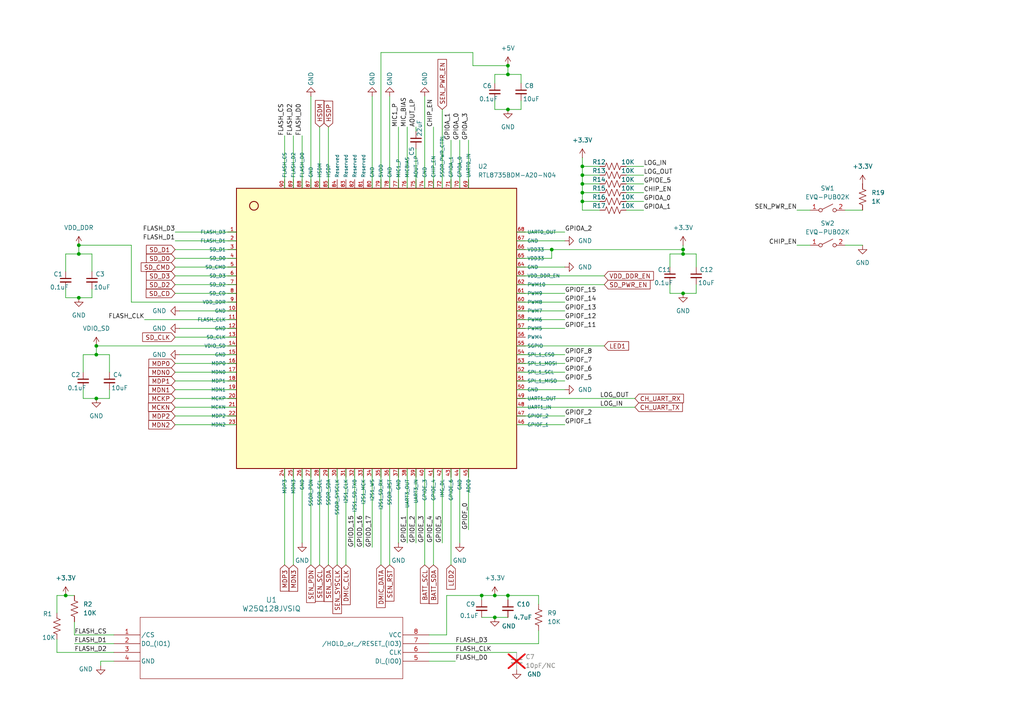
<source format=kicad_sch>
(kicad_sch (version 20250114) (generator "eeschema") (generator_version "9.0")
  (paper "A4")
  (title_block (title "RTL8735B"))
  (lib_symbols
    (symbol "Device:C_Small" (pin_numbers (hide yes)) (pin_names (offset 0.254) (hide yes))
      (property "Reference" "C" (at 0.254 1.778 0))
      (property "Value" "C_Small" (at 0.254 -2.032 0))
      (symbol "C_Small_0_1"
        (polyline (pts (xy -1.524 0.508) (xy 1.524 0.508)) (stroke (width 0.3048)))
        (polyline (pts (xy -1.524 -0.508) (xy 1.524 -0.508)) (stroke (width 0.3302)))
      )
      (symbol "C_Small_1_1"
        (pin passive line (at 0 2.54 270) (length 2.032) (name "~") (number "1"))
        (pin passive line (at 0 -2.54 90) (length 2.032) (name "~") (number "2"))
      )
    )
    (symbol "Device:R_US" (pin_numbers (hide yes)) (pin_names (offset 0))
      (property "Reference" "R" (at 2.54 0 90))
      (property "Value" "R_US" (at -2.54 0 90))
      (symbol "R_US_0_1"
        (polyline (pts (xy 0 2.286) (xy 0 2.54)))
        (polyline (pts (xy 0 2.286) (xy 1.016 1.905) (xy 0 1.524) (xy -1.016 1.143) (xy 0 0.762)))
        (polyline (pts (xy 0 0.762) (xy 1.016 0.381) (xy 0 0) (xy -1.016 -0.381) (xy 0 -0.762)))
        (polyline (pts (xy 0 -0.762) (xy 1.016 -1.143) (xy 0 -1.524) (xy -1.016 -1.905) (xy 0 -2.286)))
        (polyline (pts (xy 0 -2.286) (xy 0 -2.54)))
      )
      (symbol "R_US_1_1"
        (pin passive line (at 0 3.81 270) (length 1.27) (name "~") (number "1"))
        (pin passive line (at 0 -3.81 90) (length 1.27) (name "~") (number "2"))
      )
    )
    (symbol "RTL8735BDM-A20-N04:RTL8735BDM-A20-N04"
      (property "Reference" "U" (at 0 48.26 0))
      (property "Value" "RTL8735BDM-A20-N04" (at 0 -48.26 0))
      (symbol "RTL8735BDM-A20-N04_0_1"
        (rectangle (start -40.64 -40.64) (end 40.64 40.64) (stroke (width 0.254)) (fill (type background)))
        (circle (center 35.56 -35.56) (radius 1.27) (stroke (width 0.254)))
        (pin bidirectional line (at -40.64 27.94 180) (length 2.54) (name "GPIOF_1") (number "46"))
        (pin bidirectional line (at -40.64 25.4 180) (length 2.54) (name "GPIOF_2") (number "47"))
        (pin bidirectional line (at -40.64 22.86 180) (length 2.54) (name "UART1_IN") (number "48"))
        (pin bidirectional line (at -40.64 20.32 180) (length 2.54) (name "UART1_OUT") (number "49"))
        (pin power_in line (at -40.64 17.78 180) (length 2.54) (name "GND") (number "50"))
        (pin bidirectional line (at -40.64 15.24 180) (length 2.54) (name "SPI_1_MISO") (number "51"))
        (pin bidirectional line (at -40.64 12.7 180) (length 2.54) (name "SPI_1_SCL") (number "52"))
        (pin bidirectional line (at -40.64 10.16 180) (length 2.54) (name "SPI_1_MOSI") (number "53"))
        (pin bidirectional line (at -40.64 7.62 180) (length 2.54) (name "SPI_1_CS0") (number "54"))
        (pin bidirectional line (at -40.64 5.08 180) (length 2.54) (name "SGPIO") (number "55"))
        (pin bidirectional line (at -40.64 2.54 180) (length 2.54) (name "PWM4") (number "56"))
        (pin bidirectional line (at -40.64 0 180) (length 2.54) (name "PWM5") (number "57"))
        (pin bidirectional line (at -40.64 -2.54 180) (length 2.54) (name "PWM6") (number "58"))
        (pin bidirectional line (at -40.64 -5.08 180) (length 2.54) (name "PWM7") (number "59"))
        (pin bidirectional line (at -40.64 -7.62 180) (length 2.54) (name "PWM8") (number "60"))
        (pin bidirectional line (at -40.64 -10.16 180) (length 2.54) (name "PWM9") (number "61"))
        (pin bidirectional line (at -40.64 -12.7 180) (length 2.54) (name "PWM10") (number "62"))
        (pin bidirectional line (at -40.64 -15.24 180) (length 2.54) (name "VDD_DDR_EN") (number "63"))
        (pin power_in line (at -40.64 -17.78 180) (length 2.54) (name "GND") (number "64"))
        (pin power_in line (at -40.64 -20.32 180) (length 2.54) (name "VDD33") (number "65"))
        (pin power_in line (at -40.64 -22.86 180) (length 2.54) (name "VDD33") (number "66"))
        (pin power_in line (at -40.64 -25.4 180) (length 2.54) (name "GND") (number "67"))
        (pin bidirectional line (at -40.64 -27.94 180) (length 2.54) (name "UART0_OUT") (number "68"))
        (pin bidirectional line (at -26.67 40.64 90) (length 2.54) (name "ADC0") (number "45"))
        (pin bidirectional line (at -26.67 -40.64 270) (length 2.54) (name "UART0_IN") (number "69"))
        (pin power_in line (at -24.13 40.64 90) (length 2.54) (name "GND") (number "44"))
        (pin bidirectional line (at -24.13 -40.64 270) (length 2.54) (name "GPIOA_0") (number "70"))
        (pin bidirectional line (at -21.59 40.64 90) (length 2.54) (name "GPIOE_6") (number "43"))
        (pin bidirectional line (at -21.59 -40.64 270) (length 2.54) (name "GPIOA_1") (number "71"))
        (pin bidirectional line (at -19.05 40.64 90) (length 2.54) (name "IMG_DL") (number "42"))
        (pin bidirectional line (at -19.05 -40.64 270) (length 2.54) (name "SSOR_PWR_CTRL") (number "72"))
        (pin bidirectional line (at -16.51 40.64 90) (length 2.54) (name "GPIOE_4") (number "41"))
        (pin input line (at -16.51 -40.64 270) (length 2.54) (name "CHIP_EN") (number "73"))
        (pin bidirectional line (at -13.97 40.64 90) (length 2.54) (name "GPIOE_3") (number "40"))
        (pin power_in line (at -13.97 -40.64 270) (length 2.54) (name "GND") (number "74"))
        (pin bidirectional line (at -11.43 40.64 90) (length 2.54) (name "UART3_IN") (number "39"))
        (pin output line (at -11.43 -40.64 270) (length 2.54) (name "AOUT_LP") (number "75"))
        (pin bidirectional line (at -8.89 40.64 90) (length 2.54) (name "UART3_OUT") (number "38"))
        (pin power_out line (at -8.89 -40.64 270) (length 2.54) (name "MICBIAS") (number "76"))
        (pin power_in line (at -6.35 40.64 90) (length 2.54) (name "GND") (number "37"))
        (pin input line (at -6.35 -40.64 270) (length 2.54) (name "MIC1_P") (number "77"))
        (pin output line (at -3.81 40.64 90) (length 2.54) (name "SSOR_RST") (number "36"))
        (pin power_in line (at -3.81 -40.64 270) (length 2.54) (name "GND") (number "78"))
        (pin bidirectional line (at -1.27 40.64 90) (length 2.54) (name "I2S1_SD_RX") (number "35"))
        (pin power_in line (at -1.27 -40.64 270) (length 2.54) (name "5VDD") (number "79"))
        (pin bidirectional line (at 1.27 40.64 90) (length 2.54) (name "I2S1_WS") (number "34"))
        (pin power_in line (at 1.27 -40.64 270) (length 2.54) (name "GND") (number "80"))
        (pin bidirectional line (at 3.81 40.64 90) (length 2.54) (name "I2S1_MCK") (number "33"))
        (pin passive line (at 3.81 -40.64 270) (length 2.54) (name "Reserved") (number "81"))
        (pin bidirectional line (at 6.35 40.64 90) (length 2.54) (name "I2S1_SD_TX0") (number "32"))
        (pin passive line (at 6.35 -40.64 270) (length 2.54) (name "Reserved") (number "82"))
        (pin bidirectional line (at 8.89 40.64 90) (length 2.54) (name "I2S1_CLK") (number "31"))
        (pin passive line (at 8.89 -40.64 270) (length 2.54) (name "Reserved") (number "83"))
        (pin output line (at 11.43 40.64 90) (length 2.54) (name "SSOR_SYSCLK") (number "30"))
        (pin passive line (at 11.43 -40.64 270) (length 2.54) (name "Reserved") (number "84"))
        (pin bidirectional line (at 13.97 40.64 90) (length 2.54) (name "SSOR_SDA") (number "29"))
        (pin bidirectional line (at 13.97 -40.64 270) (length 2.54) (name "HSDP") (number "85"))
        (pin bidirectional line (at 16.51 40.64 90) (length 2.54) (name "SSOR_SCL") (number "28"))
        (pin bidirectional line (at 16.51 -40.64 270) (length 2.54) (name "HSDM") (number "86"))
        (pin output line (at 19.05 40.64 90) (length 2.54) (name "SSOR_PDN") (number "27"))
        (pin power_in line (at 19.05 -40.64 270) (length 2.54) (name "GND") (number "87"))
        (pin power_in line (at 21.59 40.64 90) (length 2.54) (name "GND") (number "26"))
        (pin bidirectional line (at 21.59 -40.64 270) (length 2.54) (name "FLASH_D0") (number "88"))
        (pin input line (at 24.13 40.64 90) (length 2.54) (name "MDN3") (number "25"))
        (pin bidirectional line (at 24.13 -40.64 270) (length 2.54) (name "FLASH_D2") (number "89"))
        (pin input line (at 26.67 40.64 90) (length 2.54) (name "MDP3") (number "24"))
        (pin bidirectional line (at 26.67 -40.64 270) (length 2.54) (name "FLASH_CS") (number "90"))
        (pin input line (at 40.64 27.94 0) (length 2.54) (name "MDN2") (number "23"))
        (pin input line (at 40.64 25.4 0) (length 2.54) (name "MDP2") (number "22"))
        (pin input line (at 40.64 22.86 0) (length 2.54) (name "MCKN") (number "21"))
        (pin input line (at 40.64 20.32 0) (length 2.54) (name "MCKP") (number "20"))
        (pin input line (at 40.64 17.78 0) (length 2.54) (name "MDN1") (number "19"))
        (pin input line (at 40.64 15.24 0) (length 2.54) (name "MDP1") (number "18"))
        (pin input line (at 40.64 12.7 0) (length 2.54) (name "MDN0") (number "17"))
        (pin input line (at 40.64 10.16 0) (length 2.54) (name "MDP0") (number "16"))
        (pin power_in line (at 40.64 7.62 0) (length 2.54) (name "GND") (number "15"))
        (pin power_out line (at 40.64 5.08 0) (length 2.54) (name "VDIO_SD") (number "14"))
        (pin output line (at 40.64 2.54 0) (length 2.54) (name "SD_CLK") (number "13"))
        (pin power_in line (at 40.64 0 0) (length 2.54) (name "GND") (number "12"))
        (pin bidirectional line (at 40.64 -2.54 0) (length 2.54) (name "FLASH_CLK") (number "11"))
        (pin power_in line (at 40.64 -5.08 0) (length 2.54) (name "GND") (number "10"))
        (pin power_in line (at 40.64 -7.62 0) (length 2.54) (name "VDD_DDR") (number "9"))
        (pin input line (at 40.64 -10.16 0) (length 2.54) (name "SD_CD") (number "8"))
        (pin bidirectional line (at 40.64 -12.7 0) (length 2.54) (name "SD_D2") (number "7"))
        (pin bidirectional line (at 40.64 -15.24 0) (length 2.54) (name "SD_D3") (number "6"))
        (pin bidirectional line (at 40.64 -17.78 0) (length 2.54) (name "SD_CMD") (number "5"))
        (pin bidirectional line (at 40.64 -20.32 0) (length 2.54) (name "SD_D0") (number "4"))
        (pin bidirectional line (at 40.64 -22.86 0) (length 2.54) (name "SD_D1") (number "3"))
        (pin bidirectional line (at 40.64 -25.4 0) (length 2.54) (name "FLASH_D1") (number "2"))
        (pin bidirectional line (at 40.64 -27.94 0) (length 2.54) (name "FLASH_D3") (number "1"))
      )
    )
    (symbol "Switch:SW_SPST" (pin_names (offset 0) (hide yes))
      (property "Reference" "SW" (at 0 3.175 0))
      (property "Value" "SW_SPST" (at 0 -2.54 0))
      (symbol "SW_SPST_0_0"
        (circle (center -2.032 0) (radius 0.508))
        (polyline (pts (xy -1.524 0.254) (xy 1.524 1.778)))
        (circle (center 2.032 0) (radius 0.508))
      )
      (symbol "SW_SPST_1_1"
        (pin passive line (at -5.08 0 0) (length 2.54) (name "A") (number "1"))
        (pin passive line (at 5.08 0 180) (length 2.54) (name "B") (number "2"))
      )
    )
    (symbol "W25Q128JVSIQ:W25Q128JVSIQ" (pin_names (offset 0.254))
      (property "Reference" "U" (at 45.72 10.16 0))
      (property "Value" "W25Q128JVSIQ" (at 45.72 7.62 0))
      (symbol "W25Q128JVSIQ_0_1"
        (polyline (pts (xy 7.62 5.08) (xy 7.62 -12.7)) (stroke (width 0.127)))
        (polyline (pts (xy 7.62 -12.7) (xy 83.82 -12.7)) (stroke (width 0.127)))
        (polyline (pts (xy 83.82 5.08) (xy 7.62 5.08)) (stroke (width 0.127)))
        (polyline (pts (xy 83.82 -12.7) (xy 83.82 5.08)) (stroke (width 0.127)))
        (pin unspecified line (at 0 0 0) (length 7.62) (name "/CS") (number "1"))
        (pin unspecified line (at 0 -2.54 0) (length 7.62) (name "DO_(IO1)") (number "2"))
        (pin unspecified line (at 0 -5.08 0) (length 7.62) (name "") (number "3"))
        (pin power_out line (at 0 -7.62 0) (length 7.62) (name "GND") (number "4"))
        (pin power_in line (at 91.44 0 180) (length 7.62) (name "VCC") (number "8"))
        (pin unspecified line (at 91.44 -2.54 180) (length 7.62) (name "/HOLD_or_/RESET_(IO3)") (number "7"))
        (pin unspecified line (at 91.44 -5.08 180) (length 7.62) (name "CLK") (number "6"))
        (pin unspecified line (at 91.44 -7.62 180) (length 7.62) (name "DI_(IO0)") (number "5"))
      )
    )
    (symbol "power:+3.3V" (power) (pin_numbers (hide yes)) (pin_names (offset 0) (hide yes))
      (property "Value" "+3.3V" (at 0 3.556 0))
      (symbol "+3.3V_0_1"
        (polyline (pts (xy -0.762 1.27) (xy 0 2.54)))
        (polyline (pts (xy 0 2.54) (xy 0.762 1.27)))
        (polyline (pts (xy 0 0) (xy 0 2.54)))
      )
      (symbol "+3.3V_1_1"
        (pin power_in line (at 0 0 90) (length 0) (name "~") (number "1"))
      )
    )
    (symbol "power:GND" (power) (pin_numbers (hide yes)) (pin_names (offset 0) (hide yes))
      (property "Value" "GND" (at 0 -3.81 0))
      (symbol "GND_0_1"
        (polyline (pts (xy 0 0) (xy 0 -1.27) (xy 1.27 -1.27) (xy 0 -2.54) (xy -1.27 -1.27) (xy 0 -1.27)))
      )
      (symbol "GND_1_1"
        (pin power_in line (at 0 0 270) (length 0) (name "~") (number "1"))
      )
    )
    (symbol "power:VD" (power) (pin_numbers (hide yes)) (pin_names (offset 0) (hide yes))
      (property "Value" "VD" (at 0 3.556 0))
      (symbol "VD_0_1"
        (polyline (pts (xy -0.762 1.27) (xy 0 2.54)))
        (polyline (pts (xy 0 2.54) (xy 0.762 1.27)))
        (polyline (pts (xy 0 0) (xy 0 2.54)))
      )
      (symbol "VD_1_1"
        (pin power_in line (at 0 0 90) (length 0) (name "~") (number "1"))
      )
    )
  )
  (junction (at 168.91 50.8))
  (junction (at 160.02 72.39))
  (junction (at 143.51 172.72))
  (junction (at 168.91 53.34))
  (junction (at 168.91 48.26))
  (junction (at 198.12 73.66))
  (junction (at 147.32 31.75))
  (junction (at 147.32 172.72))
  (junction (at 198.12 85.09))
  (junction (at 147.32 21.59))
  (junction (at 22.86 73.66))
  (junction (at 27.94 102.87))
  (junction (at 22.86 86.36))
  (junction (at 139.7 172.72))
  (junction (at 198.12 72.39))
  (junction (at 27.94 115.57))
  (junction (at 143.51 179.07))
  (junction (at 168.91 55.88))
  (junction (at 168.91 58.42))
  (junction (at 19.05 172.72))
  (junction (at 147.32 19.05))
  (junction (at 27.94 100.33))
  (junction (at 22.86 71.12))
  (wire (pts (xy 100.33 135.89) (xy 100.33 163.83)))
  (wire (pts (xy 50.8 110.49) (xy 68.58 110.49)))
  (wire (pts (xy 22.86 71.12) (xy 22.86 73.66)))
  (wire (pts (xy 124.46 189.23) (xy 149.86 189.23)))
  (wire (pts (xy 149.86 77.47) (xy 163.83 77.47)))
  (wire (pts (xy 107.95 135.89) (xy 107.95 158.75)))
  (wire (pts (xy 50.8 80.01) (xy 68.58 80.01)))
  (wire (pts (xy 181.61 55.88) (xy 186.69 55.88)))
  (wire (pts (xy 50.8 123.19) (xy 68.58 123.19)))
  (wire (pts (xy 50.8 67.31) (xy 68.58 67.31)))
  (wire (pts (xy 90.17 135.89) (xy 90.17 163.83)))
  (wire (pts (xy 85.09 39.37) (xy 85.09 54.61)))
  (wire (pts (xy 168.91 58.42) (xy 173.99 58.42)))
  (wire (pts (xy 149.86 110.49) (xy 163.83 110.49)))
  (wire (pts (xy 95.25 135.89) (xy 95.25 163.83)))
  (wire (pts (xy 231.14 71.12) (xy 234.95 71.12)))
  (wire (pts (xy 168.91 53.34) (xy 173.99 53.34)))
  (wire (pts (xy 139.7 179.07) (xy 143.51 179.07)))
  (wire (pts (xy 147.32 173.99) (xy 147.32 172.72)))
  (wire (pts (xy 181.61 48.26) (xy 186.69 48.26)))
  (wire (pts (xy 198.12 73.66) (xy 198.12 72.39)))
  (wire (pts (xy 110.49 15.24) (xy 137.16 15.24)))
  (wire (pts (xy 85.09 135.89) (xy 85.09 163.83)))
  (wire (pts (xy 128.27 31.75) (xy 128.27 54.61)))
  (wire (pts (xy 50.8 97.79) (xy 68.58 97.79)))
  (wire (pts (xy 149.86 100.33) (xy 175.26 100.33)))
  (wire (pts (xy 129.54 184.15) (xy 129.54 172.72)))
  (wire (pts (xy 27.94 100.33) (xy 68.58 100.33)))
  (wire (pts (xy 16.51 189.23) (xy 16.51 185.42)))
  (wire (pts (xy 27.94 102.87) (xy 31.75 102.87)))
  (wire (pts (xy 147.32 172.72) (xy 156.21 172.72)))
  (wire (pts (xy 29.21 193.04) (xy 29.21 191.77)))
  (wire (pts (xy 19.05 73.66) (xy 22.86 73.66)))
  (wire (pts (xy 50.8 85.09) (xy 68.58 85.09)))
  (wire (pts (xy 160.02 72.39) (xy 198.12 72.39)))
  (wire (pts (xy 120.65 135.89) (xy 120.65 157.48)))
  (wire (pts (xy 50.8 120.65) (xy 68.58 120.65)))
  (wire (pts (xy 194.31 77.47) (xy 194.31 73.66)))
  (wire (pts (xy 68.58 87.63) (xy 38.1 87.63)))
  (wire (pts (xy 128.27 135.89) (xy 128.27 157.48)))
  (wire (pts (xy 50.8 82.55) (xy 68.58 82.55)))
  (wire (pts (xy 149.86 118.11) (xy 184.15 118.11)))
  (wire (pts (xy 87.63 135.89) (xy 87.63 157.48)))
  (wire (pts (xy 38.1 71.12) (xy 22.86 71.12)))
  (wire (pts (xy 123.19 135.89) (xy 123.19 163.83)))
  (wire (pts (xy 135.89 40.64) (xy 135.89 54.61)))
  (wire (pts (xy 151.13 21.59) (xy 147.32 21.59)))
  (wire (pts (xy 149.86 115.57) (xy 184.15 115.57)))
  (wire (pts (xy 92.71 135.89) (xy 92.71 163.83)))
  (wire (pts (xy 21.59 184.15) (xy 33.02 184.15)))
  (wire (pts (xy 50.8 113.03) (xy 68.58 113.03)))
  (wire (pts (xy 50.8 107.95) (xy 68.58 107.95)))
  (wire (pts (xy 149.86 74.93) (xy 160.02 74.93)))
  (wire (pts (xy 102.87 135.89) (xy 102.87 158.75)))
  (wire (pts (xy 118.11 36.83) (xy 118.11 54.61)))
  (wire (pts (xy 198.12 72.39) (xy 198.12 71.12)))
  (wire (pts (xy 19.05 86.36) (xy 22.86 86.36)))
  (wire (pts (xy 168.91 55.88) (xy 173.99 55.88)))
  (wire (pts (xy 133.35 135.89) (xy 133.35 157.48)))
  (wire (pts (xy 149.86 72.39) (xy 160.02 72.39)))
  (wire (pts (xy 125.73 135.89) (xy 125.73 163.83)))
  (wire (pts (xy 19.05 172.72) (xy 21.59 172.72)))
  (wire (pts (xy 143.51 29.21) (xy 143.51 31.75)))
  (wire (pts (xy 22.86 73.66) (xy 26.67 73.66)))
  (wire (pts (xy 139.7 172.72) (xy 143.51 172.72)))
  (wire (pts (xy 124.46 186.69) (xy 156.21 186.69)))
  (wire (pts (xy 52.07 102.87) (xy 68.58 102.87)))
  (wire (pts (xy 149.86 113.03) (xy 163.83 113.03)))
  (wire (pts (xy 16.51 177.8) (xy 16.51 172.72)))
  (wire (pts (xy 245.11 60.96) (xy 250.19 60.96)))
  (wire (pts (xy 124.46 184.15) (xy 129.54 184.15)))
  (wire (pts (xy 149.86 105.41) (xy 163.83 105.41)))
  (wire (pts (xy 115.57 36.83) (xy 115.57 54.61)))
  (wire (pts (xy 151.13 31.75) (xy 147.32 31.75)))
  (wire (pts (xy 50.8 118.11) (xy 68.58 118.11)))
  (wire (pts (xy 50.8 105.41) (xy 68.58 105.41)))
  (wire (pts (xy 168.91 45.72) (xy 168.91 48.26)))
  (wire (pts (xy 110.49 135.89) (xy 110.49 163.83)))
  (wire (pts (xy 149.86 102.87) (xy 163.83 102.87)))
  (wire (pts (xy 107.95 27.94) (xy 107.95 54.61)))
  (wire (pts (xy 124.46 191.77) (xy 132.08 191.77)))
  (wire (pts (xy 115.57 135.89) (xy 115.57 157.48)))
  (wire (pts (xy 181.61 50.8) (xy 186.69 50.8)))
  (wire (pts (xy 50.8 72.39) (xy 68.58 72.39)))
  (wire (pts (xy 130.81 40.64) (xy 130.81 54.61)))
  (wire (pts (xy 168.91 50.8) (xy 168.91 53.34)))
  (wire (pts (xy 160.02 74.93) (xy 160.02 72.39)))
  (wire (pts (xy 201.93 82.55) (xy 201.93 85.09)))
  (wire (pts (xy 147.32 19.05) (xy 147.32 21.59)))
  (wire (pts (xy 21.59 186.69) (xy 33.02 186.69)))
  (wire (pts (xy 168.91 48.26) (xy 168.91 50.8)))
  (wire (pts (xy 168.91 55.88) (xy 168.91 58.42)))
  (wire (pts (xy 50.8 115.57) (xy 68.58 115.57)))
  (wire (pts (xy 168.91 60.96) (xy 173.99 60.96)))
  (wire (pts (xy 151.13 29.21) (xy 151.13 31.75)))
  (wire (pts (xy 168.91 58.42) (xy 168.91 60.96)))
  (wire (pts (xy 149.86 85.09) (xy 163.83 85.09)))
  (wire (pts (xy 149.86 67.31) (xy 163.83 67.31)))
  (wire (pts (xy 120.65 36.83) (xy 120.65 38.1)))
  (wire (pts (xy 181.61 53.34) (xy 186.69 53.34)))
  (wire (pts (xy 139.7 172.72) (xy 139.7 173.99)))
  (wire (pts (xy 118.11 135.89) (xy 118.11 157.48)))
  (wire (pts (xy 24.13 102.87) (xy 27.94 102.87)))
  (wire (pts (xy 120.65 43.18) (xy 120.65 54.61)))
  (wire (pts (xy 181.61 58.42) (xy 186.69 58.42)))
  (wire (pts (xy 147.32 21.59) (xy 143.51 21.59)))
  (wire (pts (xy 50.8 74.93) (xy 68.58 74.93)))
  (wire (pts (xy 52.07 95.25) (xy 68.58 95.25)))
  (wire (pts (xy 245.11 71.12) (xy 250.19 71.12)))
  (wire (pts (xy 149.86 92.71) (xy 163.83 92.71)))
  (wire (pts (xy 31.75 102.87) (xy 31.75 107.95)))
  (wire (pts (xy 19.05 73.66) (xy 19.05 78.74)))
  (wire (pts (xy 90.17 27.94) (xy 90.17 54.61)))
  (wire (pts (xy 50.8 77.47) (xy 68.58 77.47)))
  (wire (pts (xy 24.13 102.87) (xy 24.13 107.95)))
  (wire (pts (xy 24.13 115.57) (xy 27.94 115.57)))
  (wire (pts (xy 137.16 19.05) (xy 147.32 19.05)))
  (wire (pts (xy 168.91 53.34) (xy 168.91 55.88)))
  (wire (pts (xy 113.03 135.89) (xy 113.03 163.83)))
  (wire (pts (xy 19.05 83.82) (xy 19.05 86.36)))
  (wire (pts (xy 168.91 48.26) (xy 173.99 48.26)))
  (wire (pts (xy 201.93 73.66) (xy 198.12 73.66)))
  (wire (pts (xy 31.75 115.57) (xy 27.94 115.57)))
  (wire (pts (xy 143.51 179.07) (xy 147.32 179.07)))
  (wire (pts (xy 130.81 135.89) (xy 130.81 163.83)))
  (wire (pts (xy 87.63 39.37) (xy 87.63 54.61)))
  (wire (pts (xy 29.21 191.77) (xy 33.02 191.77)))
  (wire (pts (xy 201.93 77.47) (xy 201.93 73.66)))
  (wire (pts (xy 123.19 27.94) (xy 123.19 54.61)))
  (wire (pts (xy 52.07 90.17) (xy 68.58 90.17)))
  (wire (pts (xy 38.1 87.63) (xy 38.1 71.12)))
  (wire (pts (xy 149.86 107.95) (xy 163.83 107.95)))
  (wire (pts (xy 26.67 86.36) (xy 22.86 86.36)))
  (wire (pts (xy 82.55 39.37) (xy 82.55 54.61)))
  (wire (pts (xy 105.41 135.89) (xy 105.41 158.75)))
  (wire (pts (xy 181.61 60.96) (xy 186.69 60.96)))
  (wire (pts (xy 125.73 36.83) (xy 125.73 54.61)))
  (wire (pts (xy 149.86 80.01) (xy 175.26 80.01)))
  (wire (pts (xy 149.86 95.25) (xy 163.83 95.25)))
  (wire (pts (xy 27.94 100.33) (xy 27.94 102.87)))
  (wire (pts (xy 156.21 182.88) (xy 156.21 186.69)))
  (wire (pts (xy 194.31 85.09) (xy 198.12 85.09)))
  (wire (pts (xy 143.51 21.59) (xy 143.51 24.13)))
  (wire (pts (xy 201.93 85.09) (xy 198.12 85.09)))
  (wire (pts (xy 31.75 113.03) (xy 31.75 115.57)))
  (wire (pts (xy 26.67 83.82) (xy 26.67 86.36)))
  (wire (pts (xy 143.51 172.72) (xy 147.32 172.72)))
  (wire (pts (xy 97.79 135.89) (xy 97.79 163.83)))
  (wire (pts (xy 194.31 82.55) (xy 194.31 85.09)))
  (wire (pts (xy 41.91 92.71) (xy 68.58 92.71)))
  (wire (pts (xy 156.21 172.72) (xy 156.21 175.26)))
  (wire (pts (xy 135.89 135.89) (xy 135.89 153.67)))
  (wire (pts (xy 21.59 180.34) (xy 21.59 184.15)))
  (wire (pts (xy 168.91 50.8) (xy 173.99 50.8)))
  (wire (pts (xy 231.14 60.96) (xy 234.95 60.96)))
  (wire (pts (xy 95.25 36.83) (xy 95.25 54.61)))
  (wire (pts (xy 113.03 27.94) (xy 113.03 54.61)))
  (wire (pts (xy 133.35 40.64) (xy 133.35 54.61)))
  (wire (pts (xy 194.31 73.66) (xy 198.12 73.66)))
  (wire (pts (xy 137.16 15.24) (xy 137.16 19.05)))
  (wire (pts (xy 149.86 82.55) (xy 175.26 82.55)))
  (wire (pts (xy 151.13 24.13) (xy 151.13 21.59)))
  (wire (pts (xy 26.67 73.66) (xy 26.67 78.74)))
  (wire (pts (xy 149.86 120.65) (xy 163.83 120.65)))
  (wire (pts (xy 92.71 36.83) (xy 92.71 54.61)))
  (wire (pts (xy 50.8 69.85) (xy 68.58 69.85)))
  (wire (pts (xy 82.55 135.89) (xy 82.55 163.83)))
  (wire (pts (xy 149.86 87.63) (xy 163.83 87.63)))
  (wire (pts (xy 110.49 54.61) (xy 110.49 15.24)))
  (wire (pts (xy 16.51 189.23) (xy 33.02 189.23)))
  (wire (pts (xy 24.13 113.03) (xy 24.13 115.57)))
  (wire (pts (xy 16.51 172.72) (xy 19.05 172.72)))
  (wire (pts (xy 143.51 31.75) (xy 147.32 31.75)))
  (wire (pts (xy 149.86 123.19) (xy 163.83 123.19)))
  (wire (pts (xy 149.86 90.17) (xy 163.83 90.17)))
  (wire (pts (xy 129.54 172.72) (xy 139.7 172.72)))
  (wire (pts (xy 149.86 69.85) (xy 163.83 69.85)))
  (label "GPIOF_6" (at 163.83 107.95 0))
  (label "LOG_IN" (at 186.69 48.26 0))
  (label "GPIOD_17" (at 107.95 158.75 90))
  (label "GPIOF_7" (at 163.83 105.41 0))
  (label "GPIOF_15" (at 163.83 85.09 0))
  (label "LOG_IN" (at 173.99 118.11 0))
  (label "FLASH_D0" (at 87.63 39.37 90))
  (label "GPIOF_11" (at 163.83 95.25 0))
  (label "GPIOF_2" (at 163.83 120.65 0))
  (label "MIC_BIAS" (at 118.11 36.83 90))
  (label "GPIOA_2" (at 163.83 67.31 0))
  (label "LOG_OUT" (at 173.99 115.57 0))
  (label "FLASH_D2" (at 85.09 39.37 90))
  (label "AOUT_LP" (at 120.65 36.83 90))
  (label "GPIOE_3" (at 123.19 157.48 90))
  (label "GPIOA_1" (at 130.81 40.64 90))
  (label "GPIOA_1" (at 186.69 60.96 0))
  (label "GPIOF_1" (at 163.83 123.19 0))
  (label "GPIOF_8" (at 163.83 102.87 0))
  (label "FLASH_CLK" (at 41.91 92.71 180))
  (label "FLASH_CS" (at 21.59 184.15 0))
  (label "GPIOE_5" (at 186.69 53.34 0))
  (label "GPIOD_16" (at 105.41 158.75 90))
  (label "FLASH_D2" (at 21.59 189.23 0))
  (label "FLASH_CLK" (at 132.08 189.23 0))
  (label "GPIOF_0" (at 135.89 153.67 90))
  (label "GPIOF_12" (at 163.83 92.71 0))
  (label "GPIOE_1" (at 118.11 157.48 90))
  (label "GPIOF_5" (at 163.83 110.49 0))
  (label "CHIP_EN" (at 125.73 36.83 90))
  (label "GPIOE_4" (at 125.73 157.48 90))
  (label "GPIOF_14" (at 163.83 87.63 0))
  (label "FLASH_D3" (at 50.8 67.31 180))
  (label "FLASH_D1" (at 21.59 186.69 0))
  (label "FLASH_D0" (at 132.08 191.77 0))
  (label "MIC1_P" (at 115.57 36.83 90))
  (label "FLASH_D1" (at 50.8 69.85 180))
  (label "CHIP_EN" (at 231.14 71.12 180))
  (label "GPIOA_0" (at 133.35 40.64 90))
  (label "GPIOE_5" (at 128.27 157.48 90))
  (label "GPIOE_2" (at 120.65 157.48 90))
  (label "LOG_OUT" (at 186.69 50.8 0))
  (label "CHIP_EN" (at 186.69 55.88 0))
  (label "GPIOD_15" (at 102.87 158.75 90))
  (label "FLASH_D3" (at 132.08 186.69 0))
  (label "SEN_PWR_EN" (at 231.14 60.96 180))
  (label "GPIOA_0" (at 186.69 58.42 0))
  (label "GPIOF_13" (at 163.83 90.17 0))
  (label "FLASH_CS" (at 82.55 39.37 90))
  (label "GPIOA_3" (at 135.89 40.64 90))
  (global_label "VDD_DDR_EN" (shape input) (at 175.26 80.01 0) (property "Intersheetrefs" "${INTERSHEET_REFS}" (effects (hide yes))))
  (global_label "SD_D3" (shape input) (at 50.8 80.01 180) (property "Intersheetrefs" "${INTERSHEET_REFS}" (effects (hide yes))))
  (global_label "CH_UART_RX" (shape input) (at 184.15 115.57 0) (property "Intersheetrefs" "${INTERSHEET_REFS}" (effects (hide yes))))
  (global_label "MDN0" (shape input) (at 50.8 107.95 180) (property "Intersheetrefs" "${INTERSHEET_REFS}" (effects (hide yes))))
  (global_label "MDP0" (shape input) (at 50.8 105.41 180) (property "Intersheetrefs" "${INTERSHEET_REFS}" (effects (hide yes))))
  (global_label "MDN2" (shape input) (at 50.8 123.19 180) (property "Intersheetrefs" "${INTERSHEET_REFS}" (effects (hide yes))))
  (global_label "SEN_PWR_EN" (shape input) (at 128.27 31.75 90) (property "Intersheetrefs" "${INTERSHEET_REFS}" (effects (hide yes))))
  (global_label "MDN1" (shape input) (at 50.8 113.03 180) (property "Intersheetrefs" "${INTERSHEET_REFS}" (effects (hide yes))))
  (global_label "DMIC_CLK" (shape input) (at 100.33 163.83 270) (property "Intersheetrefs" "${INTERSHEET_REFS}" (effects (hide yes))))
  (global_label "MCKN" (shape input) (at 50.8 118.11 180) (property "Intersheetrefs" "${INTERSHEET_REFS}" (effects (hide yes))))
  (global_label "SD_CD" (shape input) (at 50.8 85.09 180) (property "Intersheetrefs" "${INTERSHEET_REFS}" (effects (hide yes))))
  (global_label "MDP1" (shape input) (at 50.8 110.49 180) (property "Intersheetrefs" "${INTERSHEET_REFS}" (effects (hide yes))))
  (global_label "SD_CLK" (shape input) (at 50.8 97.79 180) (property "Intersheetrefs" "${INTERSHEET_REFS}" (effects (hide yes))))
  (global_label "SEN_SYSCLK" (shape input) (at 97.79 163.83 270) (property "Intersheetrefs" "${INTERSHEET_REFS}" (effects (hide yes))))
  (global_label "SEN_PDN" (shape input) (at 90.17 163.83 270) (property "Intersheetrefs" "${INTERSHEET_REFS}" (effects (hide yes))))
  (global_label "LED2" (shape input) (at 130.81 163.83 270) (property "Intersheetrefs" "${INTERSHEET_REFS}" (effects (hide yes))))
  (global_label "SD_D0" (shape input) (at 50.8 74.93 180) (property "Intersheetrefs" "${INTERSHEET_REFS}" (effects (hide yes))))
  (global_label "BATT_SDA" (shape input) (at 125.73 163.83 270) (property "Intersheetrefs" "${INTERSHEET_REFS}" (effects (hide yes))))
  (global_label "SEN_SDA" (shape input) (at 95.25 163.83 270) (property "Intersheetrefs" "${INTERSHEET_REFS}" (effects (hide yes))))
  (global_label "SEN_RST" (shape input) (at 113.03 163.83 270) (property "Intersheetrefs" "${INTERSHEET_REFS}" (effects (hide yes))))
  (global_label "HSDP" (shape input) (at 95.25 36.83 90) (property "Intersheetrefs" "${INTERSHEET_REFS}" (effects (hide yes))))
  (global_label "MDN3" (shape input) (at 85.09 163.83 270) (property "Intersheetrefs" "${INTERSHEET_REFS}" (effects (hide yes))))
  (global_label "SEN_SCL" (shape input) (at 92.71 163.83 270) (property "Intersheetrefs" "${INTERSHEET_REFS}" (effects (hide yes))))
  (global_label "DMIC_DATA" (shape input) (at 110.49 163.83 270) (property "Intersheetrefs" "${INTERSHEET_REFS}" (effects (hide yes))))
  (global_label "SD_PWR_EN" (shape input) (at 175.26 82.55 0) (property "Intersheetrefs" "${INTERSHEET_REFS}" (effects (hide yes))))
  (global_label "CH_UART_TX" (shape input) (at 184.15 118.11 0) (property "Intersheetrefs" "${INTERSHEET_REFS}" (effects (hide yes))))
  (global_label "SD_D2" (shape input) (at 50.8 82.55 180) (property "Intersheetrefs" "${INTERSHEET_REFS}" (effects (hide yes))))
  (global_label "SD_D1" (shape input) (at 50.8 72.39 180) (property "Intersheetrefs" "${INTERSHEET_REFS}" (effects (hide yes))))
  (global_label "HSDM" (shape input) (at 92.71 36.83 90) (property "Intersheetrefs" "${INTERSHEET_REFS}" (effects (hide yes))))
  (global_label "LED1" (shape input) (at 175.26 100.33 0) (property "Intersheetrefs" "${INTERSHEET_REFS}" (effects (hide yes))))
  (global_label "MCKP" (shape input) (at 50.8 115.57 180) (property "Intersheetrefs" "${INTERSHEET_REFS}" (effects (hide yes))))
  (global_label "MDP2" (shape input) (at 50.8 120.65 180) (property "Intersheetrefs" "${INTERSHEET_REFS}" (effects (hide yes))))
  (global_label "MDP3" (shape input) (at 82.55 163.83 270) (property "Intersheetrefs" "${INTERSHEET_REFS}" (effects (hide yes))))
  (global_label "SD_CMD" (shape input) (at 50.8 77.47 180) (property "Intersheetrefs" "${INTERSHEET_REFS}" (effects (hide yes))))
  (global_label "BATT_SCL" (shape input) (at 123.19 163.83 270) (property "Intersheetrefs" "${INTERSHEET_REFS}" (effects (hide yes))))
  (symbol (lib_id "Device:R_US") (at 177.8 58.42 90) (unit 1)
    (property "Reference" "R16" (at 173.736 57.15 90))
    (property "Value" "10K" (at 182.118 57.15 90))
    (property "Footprint" "Resistor_SMD:R_0201_0603Metric_Pad0.64x0.40mm_HandSolder" (effects (hide yes)))
    (property "Description" "Resistor, US symbol" (effects (hide yes)))
  )
  (symbol (lib_id "Switch:SW_SPST") (at 240.03 60.96 0) (unit 1)
    (property "Reference" "SW1" (at 240.03 54.61 0))
    (property "Value" "EVQ-PUB02K" (at 240.03 57.15 0))
    (property "Footprint" "Button_Switch_SMD:Panasonic_EVQPUK_EVQPUB" (effects (hide yes)))
    (property "Description" "Single Pole Single Throw (SPST) switch" (effects (hide yes)))
  )
  (symbol (lib_id "power:GND") (at 52.07 90.17 270) (unit 1)
    (property "Reference" "#PWR07" (effects (hide yes)))
    (property "Value" "GND" (at 48.26 90.1699 90) (effects (justify right)))
    (property "Description" "Power symbol creates a global label with name \"GND\" , ground" (effects (hide yes)))
  )
  (symbol (lib_id "Device:R_US") (at 177.8 48.26 90) (unit 1)
    (property "Reference" "R12" (at 173.736 46.99 90))
    (property "Value" "10K" (at 182.118 46.99 90))
    (property "Footprint" "Resistor_SMD:R_0201_0603Metric_Pad0.64x0.40mm_HandSolder" (effects (hide yes)))
    (property "Description" "Resistor, US symbol" (effects (hide yes)))
  )
  (symbol (lib_id "power:GND") (at 113.03 27.94 180) (unit 1)
    (property "Reference" "#PWR013" (effects (hide yes)))
    (property "Value" "GND" (at 113.03 22.86 90))
    (property "Description" "Power symbol creates a global label with name \"GND\" , ground" (effects (hide yes)))
  )
  (symbol (lib_id "Device:R_US") (at 177.8 53.34 90) (unit 1)
    (property "Reference" "R14" (at 173.736 52.07 90))
    (property "Value" "10K" (at 182.118 52.07 90))
    (property "Footprint" "Resistor_SMD:R_0201_0603Metric_Pad0.64x0.40mm_HandSolder" (effects (hide yes)))
    (property "Description" "Resistor, US symbol" (effects (hide yes)))
  )
  (symbol (lib_id "Device:R_US") (at 177.8 50.8 90) (unit 1)
    (property "Reference" "R13" (at 173.736 49.53 90))
    (property "Value" "10K" (at 182.118 49.53 90))
    (property "Footprint" "Resistor_SMD:R_0201_0603Metric_Pad0.64x0.40mm_HandSolder" (effects (hide yes)))
    (property "Description" "Resistor, US symbol" (effects (hide yes)))
  )
  (symbol (lib_id "Device:C_Small") (at 147.32 176.53 0) (unit 1)
    (property "Reference" "C10" (at 149.86 175.2662 0) (effects (justify left)))
    (property "Value" "4.7uF" (at 148.844 179.07 0) (effects (justify left)))
    (property "Footprint" "Capacitor_SMD:C_0201_0603Metric_Pad0.64x0.40mm_HandSolder" (effects (hide yes)))
    (property "Description" "Unpolarized capacitor, small symbol" (effects (hide yes)))
  )
  (symbol (lib_id "Device:C_Small") (at 24.13 110.49 0) (unit 1)
    (property "Reference" "C2" (at 20.574 108.712 0) (effects (justify left)))
    (property "Value" "0.1uF" (at 19.558 112.522 0) (effects (justify left)))
    (property "Footprint" "Capacitor_SMD:C_0201_0603Metric_Pad0.64x0.40mm_HandSolder" (effects (hide yes)))
    (property "Description" "Unpolarized capacitor, small symbol" (effects (hide yes)))
  )
  (symbol (lib_id "power:+3.3V") (at 250.19 53.34 0) (unit 1)
    (property "Reference" "#PWR030" (effects (hide yes)))
    (property "Value" "+3.3V" (at 250.19 48.26 0))
    (property "Description" "Power symbol creates a global label with name \"+3.3V\"" (effects (hide yes)))
  )
  (symbol (lib_id "power:GND") (at 29.21 193.04 0) (unit 1)
    (property "Reference" "#PWR06" (effects (hide yes)))
    (property "Value" "GND" (at 24.892 194.056 0))
    (property "Description" "Power symbol creates a global label with name \"GND\" , ground" (effects (hide yes)))
  )
  (symbol (lib_id "Device:R_US") (at 177.8 60.96 90) (unit 1)
    (property "Reference" "R17" (at 173.736 59.69 90))
    (property "Value" "10K" (at 182.118 59.69 90))
    (property "Footprint" "Resistor_SMD:R_0201_0603Metric_Pad0.64x0.40mm_HandSolder" (effects (hide yes)))
    (property "Description" "Resistor, US symbol" (effects (hide yes)))
  )
  (symbol (lib_id "power:GND") (at 90.17 27.94 180) (unit 1)
    (property "Reference" "#PWR011" (effects (hide yes)))
    (property "Value" "GND" (at 90.17 22.86 90))
    (property "Description" "Power symbol creates a global label with name \"GND\" , ground" (effects (hide yes)))
  )
  (symbol (lib_id "Switch:SW_SPST") (at 240.03 71.12 0) (unit 1)
    (property "Reference" "SW2" (at 240.03 64.77 0))
    (property "Value" "EVQ-PUB02K" (at 240.03 67.31 0))
    (property "Footprint" "Button_Switch_SMD:Panasonic_EVQPUK_EVQPUB" (effects (hide yes)))
    (property "Description" "Single Pole Single Throw (SPST) switch" (effects (hide yes)))
  )
  (symbol (lib_id "power:+3.3V") (at 168.91 45.72 0) (unit 1)
    (property "Reference" "#PWR025" (effects (hide yes)))
    (property "Value" "+3.3V" (at 168.91 40.64 0))
    (property "Description" "Power symbol creates a global label with name \"+3.3V\"" (effects (hide yes)))
  )
  (symbol (lib_id "Device:R_US") (at 156.21 179.07 0) (unit 1)
    (property "Reference" "R9" (at 158.75 177.7999 0) (effects (justify left)))
    (property "Value" "10K" (at 158.75 180.3399 0) (effects (justify left)))
    (property "Footprint" "Resistor_SMD:R_0201_0603Metric_Pad0.64x0.40mm_HandSolder" (effects (hide yes)))
    (property "Description" "Resistor, US symbol" (effects (hide yes)))
  )
  (symbol (lib_id "power:VD") (at 27.94 100.33 0) (unit 1)
    (property "Reference" "#PWR04" (effects (hide yes)))
    (property "Value" "VDIO_SD" (at 27.94 95.25 0))
    (property "Description" "Power symbol creates a global label with name \"VD\"" (effects (hide yes)))
  )
  (symbol (lib_id "Device:C_Small") (at 139.7 176.53 0) (unit 1)
    (property "Reference" "C9" (at 135.128 175.26 0) (effects (justify left)))
    (property "Value" "0.1uF" (at 133.35 178.562 0) (effects (justify left)))
    (property "Footprint" "Capacitor_SMD:C_0201_0603Metric_Pad0.64x0.40mm_HandSolder" (effects (hide yes)))
    (property "Description" "Unpolarized capacitor, small symbol" (effects (hide yes)))
  )
  (symbol (lib_id "W25Q128JVSIQ:W25Q128JVSIQ") (at 33.02 184.15 0) (unit 1)
    (property "Reference" "U1" (at 78.74 173.99 0) (effects (font (size 1.524 1.524))))
    (property "Value" "W25Q128JVSIQ" (at 78.74 176.53 0) (effects (font (size 1.524 1.524))))
    (property "Footprint" "SOIC_128JVSIQ_WIN" (effects (hide yes)))
    (property "Datasheet" "W25Q128JVSIQ" (effects (hide yes)))
  )
  (symbol (lib_id "power:GND") (at 107.95 27.94 180) (unit 1)
    (property "Reference" "#PWR012" (effects (hide yes)))
    (property "Value" "GND" (at 107.95 22.86 90))
    (property "Description" "Power symbol creates a global label with name \"GND\" , ground" (effects (hide yes)))
  )
  (symbol (lib_id "power:+3.3V") (at 198.12 71.12 0) (unit 1)
    (property "Reference" "#PWR027" (effects (hide yes)))
    (property "Value" "+3.3V" (at 198.12 66.04 0))
    (property "Description" "Power symbol creates a global label with name \"+3.3V\"" (effects (hide yes)))
  )
  (symbol (lib_id "Device:C_Small") (at 31.75 110.49 0) (unit 1)
    (property "Reference" "C4" (at 32.766 108.712 0) (effects (justify left)))
    (property "Value" "10uF" (at 32.258 112.522 0) (effects (justify left)))
    (property "Footprint" "Capacitor_SMD:C_0201_0603Metric_Pad0.64x0.40mm_HandSolder" (effects (hide yes)))
    (property "Description" "Unpolarized capacitor, small symbol" (effects (hide yes)))
  )
  (symbol (lib_id "Device:C_Small") (at 194.31 80.01 0) (unit 1)
    (property "Reference" "C11" (at 190.754 78.232 0) (effects (justify left)))
    (property "Value" "0.1uF" (at 189.738 82.042 0) (effects (justify left)))
    (property "Footprint" "Capacitor_SMD:C_0201_0603Metric_Pad0.64x0.40mm_HandSolder" (effects (hide yes)))
    (property "Description" "Unpolarized capacitor, small symbol" (effects (hide yes)))
  )
  (symbol (lib_id "power:GND") (at 163.83 113.03 90) (unit 1)
    (property "Reference" "#PWR023" (effects (hide yes)))
    (property "Value" "GND" (at 167.64 113.0299 90) (effects (justify right)))
    (property "Description" "Power symbol creates a global label with name \"GND\" , ground" (effects (hide yes)))
  )
  (symbol (lib_id "Device:R_US") (at 177.8 55.88 90) (unit 1)
    (property "Reference" "R15" (at 173.736 54.61 90))
    (property "Value" "10K" (at 182.118 54.61 90))
    (property "Footprint" "Resistor_SMD:R_0201_0603Metric_Pad0.64x0.40mm_HandSolder" (effects (hide yes)))
    (property "Description" "Resistor, US symbol" (effects (hide yes)))
  )
  (symbol (lib_id "Device:R_US") (at 16.51 181.61 0) (unit 1)
    (property "Reference" "R1" (at 12.446 178.054 0) (effects (justify left)))
    (property "Value" "10K" (at 12.192 184.912 0) (effects (justify left)))
    (property "Footprint" "Resistor_SMD:R_0201_0603Metric_Pad0.64x0.40mm_HandSolder" (effects (hide yes)))
    (property "Description" "Resistor, US symbol" (effects (hide yes)))
  )
  (symbol (lib_id "power:GND") (at 123.19 27.94 180) (unit 1)
    (property "Reference" "#PWR015" (effects (hide yes)))
    (property "Value" "GND" (at 123.19 22.86 90))
    (property "Description" "Power symbol creates a global label with name \"GND\" , ground" (effects (hide yes)))
  )
  (symbol (lib_id "power:GND") (at 52.07 102.87 270) (unit 1)
    (property "Reference" "#PWR09" (effects (hide yes)))
    (property "Value" "GND" (at 48.26 102.8699 90) (effects (justify right)))
    (property "Description" "Power symbol creates a global label with name \"GND\" , ground" (effects (hide yes)))
  )
  (symbol (lib_id "power:GND") (at 250.19 71.12 0) (unit 1)
    (property "Reference" "#PWR038" (effects (hide yes)))
    (property "Value" "GND" (at 250.19 76.2 0))
    (property "Description" "Power symbol creates a global label with name \"GND\" , ground" (effects (hide yes)))
  )
  (symbol (lib_id "RTL8735BDM-A20-N04:RTL8735BDM-A20-N04") (at 109.22 95.25 180) (unit 1)
    (property "Reference" "U2" (at 138.6367 48.26 0) (effects (justify right)))
    (property "Value" "RTL8735BDM-A20-N04" (at 138.6367 50.8 0) (effects (justify right)))
    (property "Footprint" "RTL8735BDM-A20-N04:RTL8735BDM-A20-N04" (effects (hide yes)))
    (property "Description" "Ameba-IoT RTL8735BDM-A20-N04 Wi-Fi/BLE AI module (90-pin)" (effects (hide yes)))
    (property "Keywords" "Realtek RTL8735B Ameba-IoT WiFi BLE module" (effects (hide yes)))
  )
  (symbol (lib_id "Device:C_Small") (at 201.93 80.01 0) (unit 1)
    (property "Reference" "C12" (at 202.946 78.232 0) (effects (justify left)))
    (property "Value" "10uF" (at 202.438 82.042 0) (effects (justify left)))
    (property "Footprint" "Capacitor_SMD:C_0201_0603Metric_Pad0.64x0.40mm_HandSolder" (effects (hide yes)))
    (property "Description" "Unpolarized capacitor, small symbol" (effects (hide yes)))
  )
  (symbol (lib_id "power:GND") (at 198.12 85.09 0) (unit 1)
    (property "Reference" "#PWR028" (effects (hide yes)))
    (property "Value" "GND" (at 198.12 90.17 0))
    (property "Description" "Power symbol creates a global label with name \"GND\" , ground" (effects (hide yes)))
  )
  (symbol (lib_id "power:+3.3V") (at 143.51 172.72 0) (unit 1)
    (property "Reference" "#PWR026" (effects (hide yes)))
    (property "Value" "+3.3V" (at 143.51 167.64 0))
    (property "Description" "Power symbol creates a global label with name \"+3.3V\"" (effects (hide yes)))
  )
  (symbol (lib_id "power:GND") (at 22.86 86.36 0) (unit 1)
    (property "Reference" "#PWR03" (effects (hide yes)))
    (property "Value" "GND" (at 22.86 91.44 0))
    (property "Description" "Power symbol creates a global label with name \"GND\" , ground" (effects (hide yes)))
  )
  (symbol (lib_id "Device:C_Small") (at 151.13 26.67 0) (unit 1)
    (property "Reference" "C8" (at 152.146 24.892 0) (effects (justify left)))
    (property "Value" "10uF" (at 151.638 28.702 0) (effects (justify left)))
    (property "Footprint" "Capacitor_SMD:C_0201_0603Metric_Pad0.64x0.40mm_HandSolder" (effects (hide yes)))
    (property "Description" "Unpolarized capacitor, small symbol" (effects (hide yes)))
  )
  (symbol (lib_id "power:GND") (at 52.07 95.25 270) (unit 1)
    (property "Reference" "#PWR08" (effects (hide yes)))
    (property "Value" "GND" (at 48.26 95.2499 90) (effects (justify right)))
    (property "Description" "Power symbol creates a global label with name \"GND\" , ground" (effects (hide yes)))
  )
  (symbol (lib_id "power:GND") (at 143.51 179.07 0) (unit 1)
    (property "Reference" "#PWR024" (effects (hide yes)))
    (property "Value" "GND" (at 147.574 181.61 0))
    (property "Description" "Power symbol creates a global label with name \"GND\" , ground" (effects (hide yes)))
  )
  (symbol (lib_id "Device:C_Small") (at 120.65 40.64 0) (unit 1)
    (property "Reference" "C5" (at 119.38 45.212 90) (effects (justify left)))
    (property "Value" "22uF" (at 121.666 39.624 90) (effects (justify left)))
    (property "Footprint" "Capacitor_SMD:C_0201_0603Metric_Pad0.64x0.40mm_HandSolder" (effects (hide yes)))
    (property "Description" "Unpolarized capacitor, small symbol" (effects (hide yes)))
  )
  (symbol (lib_id "power:+3.3V") (at 147.32 19.05 0) (unit 1)
    (property "Reference" "#PWR018" (effects (hide yes)))
    (property "Value" "+5V" (at 147.32 13.97 0))
    (property "Description" "Power symbol creates a global label with name \"+3.3V\"" (effects (hide yes)))
  )
  (symbol (lib_id "power:GND") (at 147.32 31.75 0) (unit 1)
    (property "Reference" "#PWR019" (effects (hide yes)))
    (property "Value" "GND" (at 147.32 36.83 0))
    (property "Description" "Power symbol creates a global label with name \"GND\" , ground" (effects (hide yes)))
  )
  (symbol (lib_id "Device:R_US") (at 21.59 176.53 0) (unit 1)
    (property "Reference" "R2" (at 24.13 175.2599 0) (effects (justify left)))
    (property "Value" "10K" (at 24.13 177.7999 0) (effects (justify left)))
    (property "Footprint" "Resistor_SMD:R_0201_0603Metric_Pad0.64x0.40mm_HandSolder" (effects (hide yes)))
    (property "Description" "Resistor, US symbol" (effects (hide yes)))
  )
  (symbol (lib_id "Device:C_Small") (at 143.51 26.67 0) (unit 1)
    (property "Reference" "C6" (at 139.954 24.892 0) (effects (justify left)))
    (property "Value" "0.1uF" (at 138.938 28.702 0) (effects (justify left)))
    (property "Footprint" "Capacitor_SMD:C_0201_0603Metric_Pad0.64x0.40mm_HandSolder" (effects (hide yes)))
    (property "Description" "Unpolarized capacitor, small symbol" (effects (hide yes)))
  )
  (symbol (lib_id "Device:R_US") (at 250.19 57.15 0) (unit 1)
    (property "Reference" "R19" (at 252.73 55.8799 0) (effects (justify left)))
    (property "Value" "1K" (at 252.73 58.4199 0) (effects (justify left)))
    (property "Footprint" "Resistor_SMD:R_0201_0603Metric_Pad0.64x0.40mm_HandSolder" (effects (hide yes)))
    (property "Description" "Resistor, US symbol" (effects (hide yes)))
  )
  (symbol (lib_id "power:GND") (at 115.57 157.48 0) (unit 1)
    (property "Reference" "#PWR014" (effects (hide yes)))
    (property "Value" "GND" (at 115.57 162.56 0))
    (property "Description" "Power symbol creates a global label with name \"GND\" , ground" (effects (hide yes)))
  )
  (symbol (lib_id "Device:C_Small") (at 149.86 191.77 0) (unit 1) (dnp yes)
    (property "Reference" "C7" (at 152.4 190.5062 0) (effects (justify left)))
    (property "Value" "10pF/NC" (at 152.4 193.0462 0) (effects (justify left)))
    (property "Footprint" "Capacitor_SMD:C_0201_0603Metric_Pad0.64x0.40mm_HandSolder" (effects (hide yes)))
    (property "Description" "Unpolarized capacitor, small symbol" (effects (hide yes)))
  )
  (symbol (lib_id "power:GND") (at 133.35 157.48 0) (unit 1)
    (property "Reference" "#PWR016" (effects (hide yes)))
    (property "Value" "GND" (at 133.35 162.56 0))
    (property "Description" "Power symbol creates a global label with name \"GND\" , ground" (effects (hide yes)))
  )
  (symbol (lib_id "power:+3.3V") (at 19.05 172.72 0) (unit 1)
    (property "Reference" "#PWR01" (effects (hide yes)))
    (property "Value" "+3.3V" (at 19.05 167.64 0))
    (property "Description" "Power symbol creates a global label with name \"+3.3V\"" (effects (hide yes)))
  )
  (symbol (lib_id "power:GND") (at 163.83 77.47 90) (unit 1)
    (property "Reference" "#PWR022" (effects (hide yes)))
    (property "Value" "GND" (at 167.64 77.4699 90) (effects (justify right)))
    (property "Description" "Power symbol creates a global label with name \"GND\" , ground" (effects (hide yes)))
  )
  (symbol (lib_id "power:GND") (at 27.94 115.57 0) (unit 1)
    (property "Reference" "#PWR05" (effects (hide yes)))
    (property "Value" "GND" (at 27.94 120.65 0))
    (property "Description" "Power symbol creates a global label with name \"GND\" , ground" (effects (hide yes)))
  )
  (symbol (lib_id "power:GND") (at 163.83 69.85 90) (unit 1)
    (property "Reference" "#PWR021" (effects (hide yes)))
    (property "Value" "GND" (at 167.64 69.8499 90) (effects (justify right)))
    (property "Description" "Power symbol creates a global label with name \"GND\" , ground" (effects (hide yes)))
  )
  (symbol (lib_id "power:GND") (at 149.86 194.31 0) (unit 1)
    (property "Reference" "#PWR020" (effects (hide yes)))
    (property "Value" "GND" (at 154.94 195.58 0))
    (property "Description" "Power symbol creates a global label with name \"GND\" , ground" (effects (hide yes)))
  )
  (symbol (lib_id "Device:C_Small") (at 19.05 81.28 0) (unit 1)
    (property "Reference" "C1" (at 15.494 79.502 0) (effects (justify left)))
    (property "Value" "0.1uF" (at 14.478 83.312 0) (effects (justify left)))
    (property "Footprint" "Capacitor_SMD:C_0201_0603Metric_Pad0.64x0.40mm_HandSolder" (effects (hide yes)))
    (property "Description" "Unpolarized capacitor, small symbol" (effects (hide yes)))
  )
  (symbol (lib_id "power:GND") (at 87.63 157.48 0) (unit 1)
    (property "Reference" "#PWR010" (effects (hide yes)))
    (property "Value" "GND" (at 87.63 162.56 0))
    (property "Description" "Power symbol creates a global label with name \"GND\" , ground" (effects (hide yes)))
  )
  (symbol (lib_id "power:VD") (at 22.86 71.12 0) (unit 1)
    (property "Reference" "#PWR02" (effects (hide yes)))
    (property "Value" "VDD_DDR" (at 22.86 66.04 0))
    (property "Description" "Power symbol creates a global label with name \"VD\"" (effects (hide yes)))
  )
  (symbol (lib_id "Device:C_Small") (at 26.67 81.28 0) (unit 1)
    (property "Reference" "C3" (at 27.686 79.502 0) (effects (justify left)))
    (property "Value" "10uF" (at 27.178 83.312 0) (effects (justify left)))
    (property "Footprint" "Capacitor_SMD:C_0201_0603Metric_Pad0.64x0.40mm_HandSolder" (effects (hide yes)))
    (property "Description" "Unpolarized capacitor, small symbol" (effects (hide yes)))
  )
)
</source>
